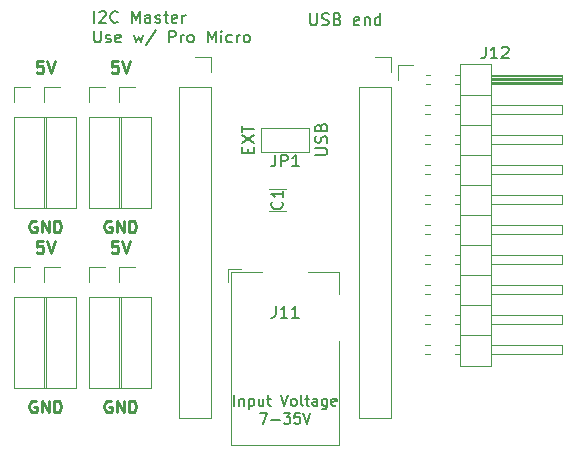
<source format=gbr>
%TF.GenerationSoftware,KiCad,Pcbnew,(5.1.9)-1*%
%TF.CreationDate,2021-07-04T22:14:26+10:00*%
%TF.ProjectId,i2c-master,6932632d-6d61-4737-9465-722e6b696361,rev?*%
%TF.SameCoordinates,Original*%
%TF.FileFunction,Legend,Top*%
%TF.FilePolarity,Positive*%
%FSLAX46Y46*%
G04 Gerber Fmt 4.6, Leading zero omitted, Abs format (unit mm)*
G04 Created by KiCad (PCBNEW (5.1.9)-1) date 2021-07-04 22:14:26*
%MOMM*%
%LPD*%
G01*
G04 APERTURE LIST*
%ADD10C,0.250000*%
%ADD11C,0.150000*%
%ADD12C,0.120000*%
G04 APERTURE END LIST*
D10*
X42989523Y-37158680D02*
X42513333Y-37158680D01*
X42465714Y-37634871D01*
X42513333Y-37587252D01*
X42608571Y-37539633D01*
X42846666Y-37539633D01*
X42941904Y-37587252D01*
X42989523Y-37634871D01*
X43037142Y-37730109D01*
X43037142Y-37968204D01*
X42989523Y-38063442D01*
X42941904Y-38111061D01*
X42846666Y-38158680D01*
X42608571Y-38158680D01*
X42513333Y-38111061D01*
X42465714Y-38063442D01*
X43322857Y-37158680D02*
X43656190Y-38158680D01*
X43989523Y-37158680D01*
X42418095Y-50695000D02*
X42322857Y-50647380D01*
X42180000Y-50647380D01*
X42037142Y-50695000D01*
X41941904Y-50790238D01*
X41894285Y-50885476D01*
X41846666Y-51075952D01*
X41846666Y-51218809D01*
X41894285Y-51409285D01*
X41941904Y-51504523D01*
X42037142Y-51599761D01*
X42180000Y-51647380D01*
X42275238Y-51647380D01*
X42418095Y-51599761D01*
X42465714Y-51552142D01*
X42465714Y-51218809D01*
X42275238Y-51218809D01*
X42894285Y-51647380D02*
X42894285Y-50647380D01*
X43465714Y-51647380D01*
X43465714Y-50647380D01*
X43941904Y-51647380D02*
X43941904Y-50647380D01*
X44180000Y-50647380D01*
X44322857Y-50695000D01*
X44418095Y-50790238D01*
X44465714Y-50885476D01*
X44513333Y-51075952D01*
X44513333Y-51218809D01*
X44465714Y-51409285D01*
X44418095Y-51504523D01*
X44322857Y-51599761D01*
X44180000Y-51647380D01*
X43941904Y-51647380D01*
X42989523Y-52397380D02*
X42513333Y-52397380D01*
X42465714Y-52873571D01*
X42513333Y-52825952D01*
X42608571Y-52778333D01*
X42846666Y-52778333D01*
X42941904Y-52825952D01*
X42989523Y-52873571D01*
X43037142Y-52968809D01*
X43037142Y-53206904D01*
X42989523Y-53302142D01*
X42941904Y-53349761D01*
X42846666Y-53397380D01*
X42608571Y-53397380D01*
X42513333Y-53349761D01*
X42465714Y-53302142D01*
X43322857Y-52397380D02*
X43656190Y-53397380D01*
X43989523Y-52397380D01*
X42418095Y-65933700D02*
X42322857Y-65886080D01*
X42180000Y-65886080D01*
X42037142Y-65933700D01*
X41941904Y-66028938D01*
X41894285Y-66124176D01*
X41846666Y-66314652D01*
X41846666Y-66457509D01*
X41894285Y-66647985D01*
X41941904Y-66743223D01*
X42037142Y-66838461D01*
X42180000Y-66886080D01*
X42275238Y-66886080D01*
X42418095Y-66838461D01*
X42465714Y-66790842D01*
X42465714Y-66457509D01*
X42275238Y-66457509D01*
X42894285Y-66886080D02*
X42894285Y-65886080D01*
X43465714Y-66886080D01*
X43465714Y-65886080D01*
X43941904Y-66886080D02*
X43941904Y-65886080D01*
X44180000Y-65886080D01*
X44322857Y-65933700D01*
X44418095Y-66028938D01*
X44465714Y-66124176D01*
X44513333Y-66314652D01*
X44513333Y-66457509D01*
X44465714Y-66647985D01*
X44418095Y-66743223D01*
X44322857Y-66838461D01*
X44180000Y-66886080D01*
X43941904Y-66886080D01*
D11*
X59192857Y-66332142D02*
X59192857Y-65432142D01*
X59621428Y-65732142D02*
X59621428Y-66332142D01*
X59621428Y-65817857D02*
X59664285Y-65775000D01*
X59750000Y-65732142D01*
X59878571Y-65732142D01*
X59964285Y-65775000D01*
X60007142Y-65860714D01*
X60007142Y-66332142D01*
X60435714Y-65732142D02*
X60435714Y-66632142D01*
X60435714Y-65775000D02*
X60521428Y-65732142D01*
X60692857Y-65732142D01*
X60778571Y-65775000D01*
X60821428Y-65817857D01*
X60864285Y-65903571D01*
X60864285Y-66160714D01*
X60821428Y-66246428D01*
X60778571Y-66289285D01*
X60692857Y-66332142D01*
X60521428Y-66332142D01*
X60435714Y-66289285D01*
X61635714Y-65732142D02*
X61635714Y-66332142D01*
X61250000Y-65732142D02*
X61250000Y-66203571D01*
X61292857Y-66289285D01*
X61378571Y-66332142D01*
X61507142Y-66332142D01*
X61592857Y-66289285D01*
X61635714Y-66246428D01*
X61935714Y-65732142D02*
X62278571Y-65732142D01*
X62064285Y-65432142D02*
X62064285Y-66203571D01*
X62107142Y-66289285D01*
X62192857Y-66332142D01*
X62278571Y-66332142D01*
X63135714Y-65432142D02*
X63435714Y-66332142D01*
X63735714Y-65432142D01*
X64164285Y-66332142D02*
X64078571Y-66289285D01*
X64035714Y-66246428D01*
X63992857Y-66160714D01*
X63992857Y-65903571D01*
X64035714Y-65817857D01*
X64078571Y-65775000D01*
X64164285Y-65732142D01*
X64292857Y-65732142D01*
X64378571Y-65775000D01*
X64421428Y-65817857D01*
X64464285Y-65903571D01*
X64464285Y-66160714D01*
X64421428Y-66246428D01*
X64378571Y-66289285D01*
X64292857Y-66332142D01*
X64164285Y-66332142D01*
X64978571Y-66332142D02*
X64892857Y-66289285D01*
X64850000Y-66203571D01*
X64850000Y-65432142D01*
X65192857Y-65732142D02*
X65535714Y-65732142D01*
X65321428Y-65432142D02*
X65321428Y-66203571D01*
X65364285Y-66289285D01*
X65450000Y-66332142D01*
X65535714Y-66332142D01*
X66221428Y-66332142D02*
X66221428Y-65860714D01*
X66178571Y-65775000D01*
X66092857Y-65732142D01*
X65921428Y-65732142D01*
X65835714Y-65775000D01*
X66221428Y-66289285D02*
X66135714Y-66332142D01*
X65921428Y-66332142D01*
X65835714Y-66289285D01*
X65792857Y-66203571D01*
X65792857Y-66117857D01*
X65835714Y-66032142D01*
X65921428Y-65989285D01*
X66135714Y-65989285D01*
X66221428Y-65946428D01*
X67035714Y-65732142D02*
X67035714Y-66460714D01*
X66992857Y-66546428D01*
X66950000Y-66589285D01*
X66864285Y-66632142D01*
X66735714Y-66632142D01*
X66650000Y-66589285D01*
X67035714Y-66289285D02*
X66950000Y-66332142D01*
X66778571Y-66332142D01*
X66692857Y-66289285D01*
X66650000Y-66246428D01*
X66607142Y-66160714D01*
X66607142Y-65903571D01*
X66650000Y-65817857D01*
X66692857Y-65775000D01*
X66778571Y-65732142D01*
X66950000Y-65732142D01*
X67035714Y-65775000D01*
X67807142Y-66289285D02*
X67721428Y-66332142D01*
X67550000Y-66332142D01*
X67464285Y-66289285D01*
X67421428Y-66203571D01*
X67421428Y-65860714D01*
X67464285Y-65775000D01*
X67550000Y-65732142D01*
X67721428Y-65732142D01*
X67807142Y-65775000D01*
X67850000Y-65860714D01*
X67850000Y-65946428D01*
X67421428Y-66032142D01*
X61400000Y-66932142D02*
X62000000Y-66932142D01*
X61614285Y-67832142D01*
X62342857Y-67489285D02*
X63028571Y-67489285D01*
X63371428Y-66932142D02*
X63928571Y-66932142D01*
X63628571Y-67275000D01*
X63757142Y-67275000D01*
X63842857Y-67317857D01*
X63885714Y-67360714D01*
X63928571Y-67446428D01*
X63928571Y-67660714D01*
X63885714Y-67746428D01*
X63842857Y-67789285D01*
X63757142Y-67832142D01*
X63500000Y-67832142D01*
X63414285Y-67789285D01*
X63371428Y-67746428D01*
X64742857Y-66932142D02*
X64314285Y-66932142D01*
X64271428Y-67360714D01*
X64314285Y-67317857D01*
X64400000Y-67275000D01*
X64614285Y-67275000D01*
X64700000Y-67317857D01*
X64742857Y-67360714D01*
X64785714Y-67446428D01*
X64785714Y-67660714D01*
X64742857Y-67746428D01*
X64700000Y-67789285D01*
X64614285Y-67832142D01*
X64400000Y-67832142D01*
X64314285Y-67789285D01*
X64271428Y-67746428D01*
X65042857Y-66932142D02*
X65342857Y-67832142D01*
X65642857Y-66932142D01*
X47325595Y-33917380D02*
X47325595Y-32917380D01*
X47754166Y-33012619D02*
X47801785Y-32965000D01*
X47897023Y-32917380D01*
X48135119Y-32917380D01*
X48230357Y-32965000D01*
X48277976Y-33012619D01*
X48325595Y-33107857D01*
X48325595Y-33203095D01*
X48277976Y-33345952D01*
X47706547Y-33917380D01*
X48325595Y-33917380D01*
X49325595Y-33822142D02*
X49277976Y-33869761D01*
X49135119Y-33917380D01*
X49039880Y-33917380D01*
X48897023Y-33869761D01*
X48801785Y-33774523D01*
X48754166Y-33679285D01*
X48706547Y-33488809D01*
X48706547Y-33345952D01*
X48754166Y-33155476D01*
X48801785Y-33060238D01*
X48897023Y-32965000D01*
X49039880Y-32917380D01*
X49135119Y-32917380D01*
X49277976Y-32965000D01*
X49325595Y-33012619D01*
X50516071Y-33917380D02*
X50516071Y-32917380D01*
X50849404Y-33631666D01*
X51182738Y-32917380D01*
X51182738Y-33917380D01*
X52087500Y-33917380D02*
X52087500Y-33393571D01*
X52039880Y-33298333D01*
X51944642Y-33250714D01*
X51754166Y-33250714D01*
X51658928Y-33298333D01*
X52087500Y-33869761D02*
X51992261Y-33917380D01*
X51754166Y-33917380D01*
X51658928Y-33869761D01*
X51611309Y-33774523D01*
X51611309Y-33679285D01*
X51658928Y-33584047D01*
X51754166Y-33536428D01*
X51992261Y-33536428D01*
X52087500Y-33488809D01*
X52516071Y-33869761D02*
X52611309Y-33917380D01*
X52801785Y-33917380D01*
X52897023Y-33869761D01*
X52944642Y-33774523D01*
X52944642Y-33726904D01*
X52897023Y-33631666D01*
X52801785Y-33584047D01*
X52658928Y-33584047D01*
X52563690Y-33536428D01*
X52516071Y-33441190D01*
X52516071Y-33393571D01*
X52563690Y-33298333D01*
X52658928Y-33250714D01*
X52801785Y-33250714D01*
X52897023Y-33298333D01*
X53230357Y-33250714D02*
X53611309Y-33250714D01*
X53373214Y-32917380D02*
X53373214Y-33774523D01*
X53420833Y-33869761D01*
X53516071Y-33917380D01*
X53611309Y-33917380D01*
X54325595Y-33869761D02*
X54230357Y-33917380D01*
X54039880Y-33917380D01*
X53944642Y-33869761D01*
X53897023Y-33774523D01*
X53897023Y-33393571D01*
X53944642Y-33298333D01*
X54039880Y-33250714D01*
X54230357Y-33250714D01*
X54325595Y-33298333D01*
X54373214Y-33393571D01*
X54373214Y-33488809D01*
X53897023Y-33584047D01*
X54801785Y-33917380D02*
X54801785Y-33250714D01*
X54801785Y-33441190D02*
X54849404Y-33345952D01*
X54897023Y-33298333D01*
X54992261Y-33250714D01*
X55087500Y-33250714D01*
X47325595Y-34567380D02*
X47325595Y-35376904D01*
X47373214Y-35472142D01*
X47420833Y-35519761D01*
X47516071Y-35567380D01*
X47706547Y-35567380D01*
X47801785Y-35519761D01*
X47849404Y-35472142D01*
X47897023Y-35376904D01*
X47897023Y-34567380D01*
X48325595Y-35519761D02*
X48420833Y-35567380D01*
X48611309Y-35567380D01*
X48706547Y-35519761D01*
X48754166Y-35424523D01*
X48754166Y-35376904D01*
X48706547Y-35281666D01*
X48611309Y-35234047D01*
X48468452Y-35234047D01*
X48373214Y-35186428D01*
X48325595Y-35091190D01*
X48325595Y-35043571D01*
X48373214Y-34948333D01*
X48468452Y-34900714D01*
X48611309Y-34900714D01*
X48706547Y-34948333D01*
X49563690Y-35519761D02*
X49468452Y-35567380D01*
X49277976Y-35567380D01*
X49182738Y-35519761D01*
X49135119Y-35424523D01*
X49135119Y-35043571D01*
X49182738Y-34948333D01*
X49277976Y-34900714D01*
X49468452Y-34900714D01*
X49563690Y-34948333D01*
X49611309Y-35043571D01*
X49611309Y-35138809D01*
X49135119Y-35234047D01*
X50706547Y-34900714D02*
X50897023Y-35567380D01*
X51087500Y-35091190D01*
X51277976Y-35567380D01*
X51468452Y-34900714D01*
X52563690Y-34519761D02*
X51706547Y-35805476D01*
X53658928Y-35567380D02*
X53658928Y-34567380D01*
X54039880Y-34567380D01*
X54135119Y-34615000D01*
X54182738Y-34662619D01*
X54230357Y-34757857D01*
X54230357Y-34900714D01*
X54182738Y-34995952D01*
X54135119Y-35043571D01*
X54039880Y-35091190D01*
X53658928Y-35091190D01*
X54658928Y-35567380D02*
X54658928Y-34900714D01*
X54658928Y-35091190D02*
X54706547Y-34995952D01*
X54754166Y-34948333D01*
X54849404Y-34900714D01*
X54944642Y-34900714D01*
X55420833Y-35567380D02*
X55325595Y-35519761D01*
X55277976Y-35472142D01*
X55230357Y-35376904D01*
X55230357Y-35091190D01*
X55277976Y-34995952D01*
X55325595Y-34948333D01*
X55420833Y-34900714D01*
X55563690Y-34900714D01*
X55658928Y-34948333D01*
X55706547Y-34995952D01*
X55754166Y-35091190D01*
X55754166Y-35376904D01*
X55706547Y-35472142D01*
X55658928Y-35519761D01*
X55563690Y-35567380D01*
X55420833Y-35567380D01*
X56944642Y-35567380D02*
X56944642Y-34567380D01*
X57277976Y-35281666D01*
X57611309Y-34567380D01*
X57611309Y-35567380D01*
X58087500Y-35567380D02*
X58087500Y-34900714D01*
X58087500Y-34567380D02*
X58039880Y-34615000D01*
X58087500Y-34662619D01*
X58135119Y-34615000D01*
X58087500Y-34567380D01*
X58087500Y-34662619D01*
X58992261Y-35519761D02*
X58897023Y-35567380D01*
X58706547Y-35567380D01*
X58611309Y-35519761D01*
X58563690Y-35472142D01*
X58516071Y-35376904D01*
X58516071Y-35091190D01*
X58563690Y-34995952D01*
X58611309Y-34948333D01*
X58706547Y-34900714D01*
X58897023Y-34900714D01*
X58992261Y-34948333D01*
X59420833Y-35567380D02*
X59420833Y-34900714D01*
X59420833Y-35091190D02*
X59468452Y-34995952D01*
X59516071Y-34948333D01*
X59611309Y-34900714D01*
X59706547Y-34900714D01*
X60182738Y-35567380D02*
X60087500Y-35519761D01*
X60039880Y-35472142D01*
X59992261Y-35376904D01*
X59992261Y-35091190D01*
X60039880Y-34995952D01*
X60087500Y-34948333D01*
X60182738Y-34900714D01*
X60325595Y-34900714D01*
X60420833Y-34948333D01*
X60468452Y-34995952D01*
X60516071Y-35091190D01*
X60516071Y-35376904D01*
X60468452Y-35472142D01*
X60420833Y-35519761D01*
X60325595Y-35567380D01*
X60182738Y-35567380D01*
D10*
X49339523Y-37158680D02*
X48863333Y-37158680D01*
X48815714Y-37634871D01*
X48863333Y-37587252D01*
X48958571Y-37539633D01*
X49196666Y-37539633D01*
X49291904Y-37587252D01*
X49339523Y-37634871D01*
X49387142Y-37730109D01*
X49387142Y-37968204D01*
X49339523Y-38063442D01*
X49291904Y-38111061D01*
X49196666Y-38158680D01*
X48958571Y-38158680D01*
X48863333Y-38111061D01*
X48815714Y-38063442D01*
X49672857Y-37158680D02*
X50006190Y-38158680D01*
X50339523Y-37158680D01*
X48768095Y-65933700D02*
X48672857Y-65886080D01*
X48530000Y-65886080D01*
X48387142Y-65933700D01*
X48291904Y-66028938D01*
X48244285Y-66124176D01*
X48196666Y-66314652D01*
X48196666Y-66457509D01*
X48244285Y-66647985D01*
X48291904Y-66743223D01*
X48387142Y-66838461D01*
X48530000Y-66886080D01*
X48625238Y-66886080D01*
X48768095Y-66838461D01*
X48815714Y-66790842D01*
X48815714Y-66457509D01*
X48625238Y-66457509D01*
X49244285Y-66886080D02*
X49244285Y-65886080D01*
X49815714Y-66886080D01*
X49815714Y-65886080D01*
X50291904Y-66886080D02*
X50291904Y-65886080D01*
X50530000Y-65886080D01*
X50672857Y-65933700D01*
X50768095Y-66028938D01*
X50815714Y-66124176D01*
X50863333Y-66314652D01*
X50863333Y-66457509D01*
X50815714Y-66647985D01*
X50768095Y-66743223D01*
X50672857Y-66838461D01*
X50530000Y-66886080D01*
X50291904Y-66886080D01*
X48768095Y-50695000D02*
X48672857Y-50647380D01*
X48530000Y-50647380D01*
X48387142Y-50695000D01*
X48291904Y-50790238D01*
X48244285Y-50885476D01*
X48196666Y-51075952D01*
X48196666Y-51218809D01*
X48244285Y-51409285D01*
X48291904Y-51504523D01*
X48387142Y-51599761D01*
X48530000Y-51647380D01*
X48625238Y-51647380D01*
X48768095Y-51599761D01*
X48815714Y-51552142D01*
X48815714Y-51218809D01*
X48625238Y-51218809D01*
X49244285Y-51647380D02*
X49244285Y-50647380D01*
X49815714Y-51647380D01*
X49815714Y-50647380D01*
X50291904Y-51647380D02*
X50291904Y-50647380D01*
X50530000Y-50647380D01*
X50672857Y-50695000D01*
X50768095Y-50790238D01*
X50815714Y-50885476D01*
X50863333Y-51075952D01*
X50863333Y-51218809D01*
X50815714Y-51409285D01*
X50768095Y-51504523D01*
X50672857Y-51599761D01*
X50530000Y-51647380D01*
X50291904Y-51647380D01*
X49339523Y-52397380D02*
X48863333Y-52397380D01*
X48815714Y-52873571D01*
X48863333Y-52825952D01*
X48958571Y-52778333D01*
X49196666Y-52778333D01*
X49291904Y-52825952D01*
X49339523Y-52873571D01*
X49387142Y-52968809D01*
X49387142Y-53206904D01*
X49339523Y-53302142D01*
X49291904Y-53349761D01*
X49196666Y-53397380D01*
X48958571Y-53397380D01*
X48863333Y-53349761D01*
X48815714Y-53302142D01*
X49672857Y-52397380D02*
X50006190Y-53397380D01*
X50339523Y-52397380D01*
D11*
X65603809Y-33107380D02*
X65603809Y-33916904D01*
X65651428Y-34012142D01*
X65699047Y-34059761D01*
X65794285Y-34107380D01*
X65984761Y-34107380D01*
X66080000Y-34059761D01*
X66127619Y-34012142D01*
X66175238Y-33916904D01*
X66175238Y-33107380D01*
X66603809Y-34059761D02*
X66746666Y-34107380D01*
X66984761Y-34107380D01*
X67080000Y-34059761D01*
X67127619Y-34012142D01*
X67175238Y-33916904D01*
X67175238Y-33821666D01*
X67127619Y-33726428D01*
X67080000Y-33678809D01*
X66984761Y-33631190D01*
X66794285Y-33583571D01*
X66699047Y-33535952D01*
X66651428Y-33488333D01*
X66603809Y-33393095D01*
X66603809Y-33297857D01*
X66651428Y-33202619D01*
X66699047Y-33155000D01*
X66794285Y-33107380D01*
X67032380Y-33107380D01*
X67175238Y-33155000D01*
X67937142Y-33583571D02*
X68080000Y-33631190D01*
X68127619Y-33678809D01*
X68175238Y-33774047D01*
X68175238Y-33916904D01*
X68127619Y-34012142D01*
X68080000Y-34059761D01*
X67984761Y-34107380D01*
X67603809Y-34107380D01*
X67603809Y-33107380D01*
X67937142Y-33107380D01*
X68032380Y-33155000D01*
X68080000Y-33202619D01*
X68127619Y-33297857D01*
X68127619Y-33393095D01*
X68080000Y-33488333D01*
X68032380Y-33535952D01*
X67937142Y-33583571D01*
X67603809Y-33583571D01*
X69746666Y-34059761D02*
X69651428Y-34107380D01*
X69460952Y-34107380D01*
X69365714Y-34059761D01*
X69318095Y-33964523D01*
X69318095Y-33583571D01*
X69365714Y-33488333D01*
X69460952Y-33440714D01*
X69651428Y-33440714D01*
X69746666Y-33488333D01*
X69794285Y-33583571D01*
X69794285Y-33678809D01*
X69318095Y-33774047D01*
X70222857Y-33440714D02*
X70222857Y-34107380D01*
X70222857Y-33535952D02*
X70270476Y-33488333D01*
X70365714Y-33440714D01*
X70508571Y-33440714D01*
X70603809Y-33488333D01*
X70651428Y-33583571D01*
X70651428Y-34107380D01*
X71556190Y-34107380D02*
X71556190Y-33107380D01*
X71556190Y-34059761D02*
X71460952Y-34107380D01*
X71270476Y-34107380D01*
X71175238Y-34059761D01*
X71127619Y-34012142D01*
X71080000Y-33916904D01*
X71080000Y-33631190D01*
X71127619Y-33535952D01*
X71175238Y-33488333D01*
X71270476Y-33440714D01*
X71460952Y-33440714D01*
X71556190Y-33488333D01*
D12*
%TO.C,JP1*%
X65550000Y-42815000D02*
X65550000Y-44815000D01*
X61450000Y-42815000D02*
X65550000Y-42815000D01*
X61450000Y-44815000D02*
X61450000Y-42815000D01*
X65550000Y-44815000D02*
X61450000Y-44815000D01*
%TO.C,C1*%
X62153748Y-47985000D02*
X63576252Y-47985000D01*
X62153748Y-49805000D02*
X63576252Y-49805000D01*
%TO.C,J12*%
X78275000Y-37405000D02*
X78275000Y-62925000D01*
X78275000Y-62925000D02*
X80935000Y-62925000D01*
X80935000Y-62925000D02*
X80935000Y-37405000D01*
X80935000Y-37405000D02*
X78275000Y-37405000D01*
X80935000Y-38355000D02*
X86935000Y-38355000D01*
X86935000Y-38355000D02*
X86935000Y-39115000D01*
X86935000Y-39115000D02*
X80935000Y-39115000D01*
X80935000Y-38415000D02*
X86935000Y-38415000D01*
X80935000Y-38535000D02*
X86935000Y-38535000D01*
X80935000Y-38655000D02*
X86935000Y-38655000D01*
X80935000Y-38775000D02*
X86935000Y-38775000D01*
X80935000Y-38895000D02*
X86935000Y-38895000D01*
X80935000Y-39015000D02*
X86935000Y-39015000D01*
X77877929Y-38355000D02*
X78275000Y-38355000D01*
X77877929Y-39115000D02*
X78275000Y-39115000D01*
X75405000Y-38355000D02*
X75792071Y-38355000D01*
X75405000Y-39115000D02*
X75792071Y-39115000D01*
X78275000Y-40005000D02*
X80935000Y-40005000D01*
X80935000Y-40895000D02*
X86935000Y-40895000D01*
X86935000Y-40895000D02*
X86935000Y-41655000D01*
X86935000Y-41655000D02*
X80935000Y-41655000D01*
X77877929Y-40895000D02*
X78275000Y-40895000D01*
X77877929Y-41655000D02*
X78275000Y-41655000D01*
X75337929Y-40895000D02*
X75792071Y-40895000D01*
X75337929Y-41655000D02*
X75792071Y-41655000D01*
X78275000Y-42545000D02*
X80935000Y-42545000D01*
X80935000Y-43435000D02*
X86935000Y-43435000D01*
X86935000Y-43435000D02*
X86935000Y-44195000D01*
X86935000Y-44195000D02*
X80935000Y-44195000D01*
X77877929Y-43435000D02*
X78275000Y-43435000D01*
X77877929Y-44195000D02*
X78275000Y-44195000D01*
X75337929Y-43435000D02*
X75792071Y-43435000D01*
X75337929Y-44195000D02*
X75792071Y-44195000D01*
X78275000Y-45085000D02*
X80935000Y-45085000D01*
X80935000Y-45975000D02*
X86935000Y-45975000D01*
X86935000Y-45975000D02*
X86935000Y-46735000D01*
X86935000Y-46735000D02*
X80935000Y-46735000D01*
X77877929Y-45975000D02*
X78275000Y-45975000D01*
X77877929Y-46735000D02*
X78275000Y-46735000D01*
X75337929Y-45975000D02*
X75792071Y-45975000D01*
X75337929Y-46735000D02*
X75792071Y-46735000D01*
X78275000Y-47625000D02*
X80935000Y-47625000D01*
X80935000Y-48515000D02*
X86935000Y-48515000D01*
X86935000Y-48515000D02*
X86935000Y-49275000D01*
X86935000Y-49275000D02*
X80935000Y-49275000D01*
X77877929Y-48515000D02*
X78275000Y-48515000D01*
X77877929Y-49275000D02*
X78275000Y-49275000D01*
X75337929Y-48515000D02*
X75792071Y-48515000D01*
X75337929Y-49275000D02*
X75792071Y-49275000D01*
X78275000Y-50165000D02*
X80935000Y-50165000D01*
X80935000Y-51055000D02*
X86935000Y-51055000D01*
X86935000Y-51055000D02*
X86935000Y-51815000D01*
X86935000Y-51815000D02*
X80935000Y-51815000D01*
X77877929Y-51055000D02*
X78275000Y-51055000D01*
X77877929Y-51815000D02*
X78275000Y-51815000D01*
X75337929Y-51055000D02*
X75792071Y-51055000D01*
X75337929Y-51815000D02*
X75792071Y-51815000D01*
X78275000Y-52705000D02*
X80935000Y-52705000D01*
X80935000Y-53595000D02*
X86935000Y-53595000D01*
X86935000Y-53595000D02*
X86935000Y-54355000D01*
X86935000Y-54355000D02*
X80935000Y-54355000D01*
X77877929Y-53595000D02*
X78275000Y-53595000D01*
X77877929Y-54355000D02*
X78275000Y-54355000D01*
X75337929Y-53595000D02*
X75792071Y-53595000D01*
X75337929Y-54355000D02*
X75792071Y-54355000D01*
X78275000Y-55245000D02*
X80935000Y-55245000D01*
X80935000Y-56135000D02*
X86935000Y-56135000D01*
X86935000Y-56135000D02*
X86935000Y-56895000D01*
X86935000Y-56895000D02*
X80935000Y-56895000D01*
X77877929Y-56135000D02*
X78275000Y-56135000D01*
X77877929Y-56895000D02*
X78275000Y-56895000D01*
X75337929Y-56135000D02*
X75792071Y-56135000D01*
X75337929Y-56895000D02*
X75792071Y-56895000D01*
X78275000Y-57785000D02*
X80935000Y-57785000D01*
X80935000Y-58675000D02*
X86935000Y-58675000D01*
X86935000Y-58675000D02*
X86935000Y-59435000D01*
X86935000Y-59435000D02*
X80935000Y-59435000D01*
X77877929Y-58675000D02*
X78275000Y-58675000D01*
X77877929Y-59435000D02*
X78275000Y-59435000D01*
X75337929Y-58675000D02*
X75792071Y-58675000D01*
X75337929Y-59435000D02*
X75792071Y-59435000D01*
X78275000Y-60325000D02*
X80935000Y-60325000D01*
X80935000Y-61215000D02*
X86935000Y-61215000D01*
X86935000Y-61215000D02*
X86935000Y-61975000D01*
X86935000Y-61975000D02*
X80935000Y-61975000D01*
X77877929Y-61215000D02*
X78275000Y-61215000D01*
X77877929Y-61975000D02*
X78275000Y-61975000D01*
X75337929Y-61215000D02*
X75792071Y-61215000D01*
X75337929Y-61975000D02*
X75792071Y-61975000D01*
X73025000Y-38735000D02*
X73025000Y-37465000D01*
X73025000Y-37465000D02*
X74295000Y-37465000D01*
%TO.C,J11*%
X59750000Y-54780000D02*
X58700000Y-54780000D01*
X58700000Y-55830000D02*
X58700000Y-54780000D01*
X68100000Y-60880000D02*
X68100000Y-69680000D01*
X68100000Y-69680000D02*
X58900000Y-69680000D01*
X65400000Y-54980000D02*
X68100000Y-54980000D01*
X68100000Y-54980000D02*
X68100000Y-56880000D01*
X58900000Y-69680000D02*
X58900000Y-54980000D01*
X58900000Y-54980000D02*
X61500000Y-54980000D01*
%TO.C,J10*%
X40580000Y-64830000D02*
X43240000Y-64830000D01*
X40580000Y-57150000D02*
X40580000Y-64830000D01*
X43240000Y-57150000D02*
X43240000Y-64830000D01*
X40580000Y-57150000D02*
X43240000Y-57150000D01*
X40580000Y-55880000D02*
X40580000Y-54550000D01*
X40580000Y-54550000D02*
X41910000Y-54550000D01*
%TO.C,J9*%
X43120000Y-64830000D02*
X45780000Y-64830000D01*
X43120000Y-57150000D02*
X43120000Y-64830000D01*
X45780000Y-57150000D02*
X45780000Y-64830000D01*
X43120000Y-57150000D02*
X45780000Y-57150000D01*
X43120000Y-55880000D02*
X43120000Y-54550000D01*
X43120000Y-54550000D02*
X44450000Y-54550000D01*
%TO.C,J8*%
X40580000Y-49590000D02*
X43240000Y-49590000D01*
X40580000Y-41910000D02*
X40580000Y-49590000D01*
X43240000Y-41910000D02*
X43240000Y-49590000D01*
X40580000Y-41910000D02*
X43240000Y-41910000D01*
X40580000Y-40640000D02*
X40580000Y-39310000D01*
X40580000Y-39310000D02*
X41910000Y-39310000D01*
%TO.C,J7*%
X43120000Y-49590000D02*
X45780000Y-49590000D01*
X43120000Y-41910000D02*
X43120000Y-49590000D01*
X45780000Y-41910000D02*
X45780000Y-49590000D01*
X43120000Y-41910000D02*
X45780000Y-41910000D01*
X43120000Y-40640000D02*
X43120000Y-39310000D01*
X43120000Y-39310000D02*
X44450000Y-39310000D01*
%TO.C,J6*%
X69790000Y-39370000D02*
X72450000Y-39370000D01*
X69790000Y-39370000D02*
X69790000Y-67370000D01*
X69790000Y-67370000D02*
X72450000Y-67370000D01*
X72450000Y-39370000D02*
X72450000Y-67370000D01*
X72450000Y-36770000D02*
X72450000Y-38100000D01*
X71120000Y-36770000D02*
X72450000Y-36770000D01*
%TO.C,J5*%
X49470000Y-64830000D02*
X52130000Y-64830000D01*
X49470000Y-57150000D02*
X49470000Y-64830000D01*
X52130000Y-57150000D02*
X52130000Y-64830000D01*
X49470000Y-57150000D02*
X52130000Y-57150000D01*
X49470000Y-55880000D02*
X49470000Y-54550000D01*
X49470000Y-54550000D02*
X50800000Y-54550000D01*
%TO.C,J4*%
X46930000Y-64830000D02*
X49590000Y-64830000D01*
X46930000Y-57150000D02*
X46930000Y-64830000D01*
X49590000Y-57150000D02*
X49590000Y-64830000D01*
X46930000Y-57150000D02*
X49590000Y-57150000D01*
X46930000Y-55880000D02*
X46930000Y-54550000D01*
X46930000Y-54550000D02*
X48260000Y-54550000D01*
%TO.C,J3*%
X49470000Y-49590000D02*
X52130000Y-49590000D01*
X49470000Y-41910000D02*
X49470000Y-49590000D01*
X52130000Y-41910000D02*
X52130000Y-49590000D01*
X49470000Y-41910000D02*
X52130000Y-41910000D01*
X49470000Y-40640000D02*
X49470000Y-39310000D01*
X49470000Y-39310000D02*
X50800000Y-39310000D01*
%TO.C,J2*%
X46930000Y-49590000D02*
X49590000Y-49590000D01*
X46930000Y-41910000D02*
X46930000Y-49590000D01*
X49590000Y-41910000D02*
X49590000Y-49590000D01*
X46930000Y-41910000D02*
X49590000Y-41910000D01*
X46930000Y-40640000D02*
X46930000Y-39310000D01*
X46930000Y-39310000D02*
X48260000Y-39310000D01*
%TO.C,J1*%
X54550000Y-39370000D02*
X57210000Y-39370000D01*
X54550000Y-39370000D02*
X54550000Y-67370000D01*
X54550000Y-67370000D02*
X57210000Y-67370000D01*
X57210000Y-39370000D02*
X57210000Y-67370000D01*
X57210000Y-36770000D02*
X57210000Y-38100000D01*
X55880000Y-36770000D02*
X57210000Y-36770000D01*
%TO.C,JP1*%
D11*
X62666666Y-45067380D02*
X62666666Y-45781666D01*
X62619047Y-45924523D01*
X62523809Y-46019761D01*
X62380952Y-46067380D01*
X62285714Y-46067380D01*
X63142857Y-46067380D02*
X63142857Y-45067380D01*
X63523809Y-45067380D01*
X63619047Y-45115000D01*
X63666666Y-45162619D01*
X63714285Y-45257857D01*
X63714285Y-45400714D01*
X63666666Y-45495952D01*
X63619047Y-45543571D01*
X63523809Y-45591190D01*
X63142857Y-45591190D01*
X64666666Y-46067380D02*
X64095238Y-46067380D01*
X64380952Y-46067380D02*
X64380952Y-45067380D01*
X64285714Y-45210238D01*
X64190476Y-45305476D01*
X64095238Y-45353095D01*
X66052380Y-45076904D02*
X66861904Y-45076904D01*
X66957142Y-45029285D01*
X67004761Y-44981666D01*
X67052380Y-44886428D01*
X67052380Y-44695952D01*
X67004761Y-44600714D01*
X66957142Y-44553095D01*
X66861904Y-44505476D01*
X66052380Y-44505476D01*
X67004761Y-44076904D02*
X67052380Y-43934047D01*
X67052380Y-43695952D01*
X67004761Y-43600714D01*
X66957142Y-43553095D01*
X66861904Y-43505476D01*
X66766666Y-43505476D01*
X66671428Y-43553095D01*
X66623809Y-43600714D01*
X66576190Y-43695952D01*
X66528571Y-43886428D01*
X66480952Y-43981666D01*
X66433333Y-44029285D01*
X66338095Y-44076904D01*
X66242857Y-44076904D01*
X66147619Y-44029285D01*
X66100000Y-43981666D01*
X66052380Y-43886428D01*
X66052380Y-43648333D01*
X66100000Y-43505476D01*
X66528571Y-42743571D02*
X66576190Y-42600714D01*
X66623809Y-42553095D01*
X66719047Y-42505476D01*
X66861904Y-42505476D01*
X66957142Y-42553095D01*
X67004761Y-42600714D01*
X67052380Y-42695952D01*
X67052380Y-43076904D01*
X66052380Y-43076904D01*
X66052380Y-42743571D01*
X66100000Y-42648333D01*
X66147619Y-42600714D01*
X66242857Y-42553095D01*
X66338095Y-42553095D01*
X66433333Y-42600714D01*
X66480952Y-42648333D01*
X66528571Y-42743571D01*
X66528571Y-43076904D01*
X60328571Y-44886428D02*
X60328571Y-44553095D01*
X60852380Y-44410238D02*
X60852380Y-44886428D01*
X59852380Y-44886428D01*
X59852380Y-44410238D01*
X59852380Y-44076904D02*
X60852380Y-43410238D01*
X59852380Y-43410238D02*
X60852380Y-44076904D01*
X59852380Y-43172142D02*
X59852380Y-42600714D01*
X60852380Y-42886428D02*
X59852380Y-42886428D01*
%TO.C,C1*%
X63222142Y-49061666D02*
X63269761Y-49109285D01*
X63317380Y-49252142D01*
X63317380Y-49347380D01*
X63269761Y-49490238D01*
X63174523Y-49585476D01*
X63079285Y-49633095D01*
X62888809Y-49680714D01*
X62745952Y-49680714D01*
X62555476Y-49633095D01*
X62460238Y-49585476D01*
X62365000Y-49490238D01*
X62317380Y-49347380D01*
X62317380Y-49252142D01*
X62365000Y-49109285D01*
X62412619Y-49061666D01*
X63317380Y-48109285D02*
X63317380Y-48680714D01*
X63317380Y-48395000D02*
X62317380Y-48395000D01*
X62460238Y-48490238D01*
X62555476Y-48585476D01*
X62603095Y-48680714D01*
%TO.C,J12*%
X80470476Y-35917380D02*
X80470476Y-36631666D01*
X80422857Y-36774523D01*
X80327619Y-36869761D01*
X80184761Y-36917380D01*
X80089523Y-36917380D01*
X81470476Y-36917380D02*
X80899047Y-36917380D01*
X81184761Y-36917380D02*
X81184761Y-35917380D01*
X81089523Y-36060238D01*
X80994285Y-36155476D01*
X80899047Y-36203095D01*
X81851428Y-36012619D02*
X81899047Y-35965000D01*
X81994285Y-35917380D01*
X82232380Y-35917380D01*
X82327619Y-35965000D01*
X82375238Y-36012619D01*
X82422857Y-36107857D01*
X82422857Y-36203095D01*
X82375238Y-36345952D01*
X81803809Y-36917380D01*
X82422857Y-36917380D01*
%TO.C,J11*%
X62690476Y-57872380D02*
X62690476Y-58586666D01*
X62642857Y-58729523D01*
X62547619Y-58824761D01*
X62404761Y-58872380D01*
X62309523Y-58872380D01*
X63690476Y-58872380D02*
X63119047Y-58872380D01*
X63404761Y-58872380D02*
X63404761Y-57872380D01*
X63309523Y-58015238D01*
X63214285Y-58110476D01*
X63119047Y-58158095D01*
X64642857Y-58872380D02*
X64071428Y-58872380D01*
X64357142Y-58872380D02*
X64357142Y-57872380D01*
X64261904Y-58015238D01*
X64166666Y-58110476D01*
X64071428Y-58158095D01*
%TD*%
M02*

</source>
